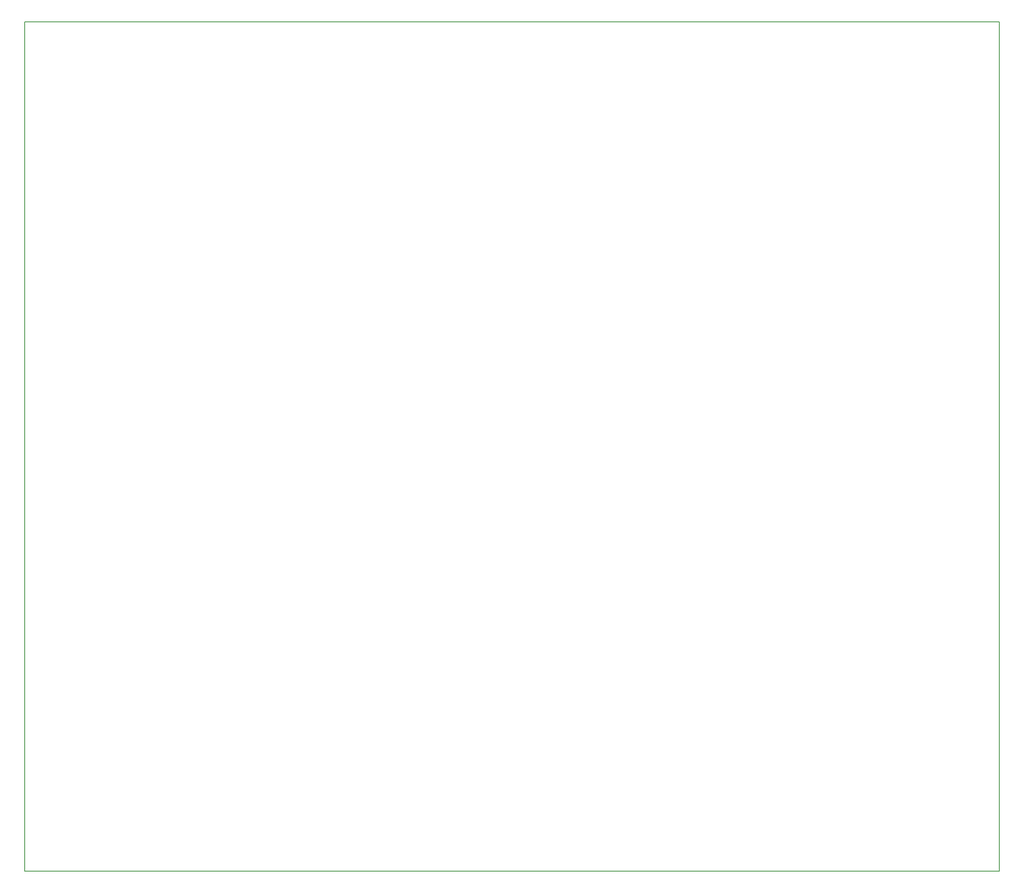
<source format=gm1>
G04 MADE WITH FRITZING*
G04 WWW.FRITZING.ORG*
G04 DOUBLE SIDED*
G04 HOLES PLATED*
G04 CONTOUR ON CENTER OF CONTOUR VECTOR*
%ASAXBY*%
%FSLAX23Y23*%
%MOIN*%
%OFA0B0*%
%SFA1.0B1.0*%
%ADD10R,8.031500X7.007370*%
%ADD11C,0.008000*%
%ADD10C,0.008*%
%LNCONTOUR*%
G90*
G70*
G54D10*
G54D11*
X4Y7003D02*
X8028Y7003D01*
X8028Y4D01*
X4Y4D01*
X4Y7003D01*
D02*
G04 End of contour*
M02*
</source>
